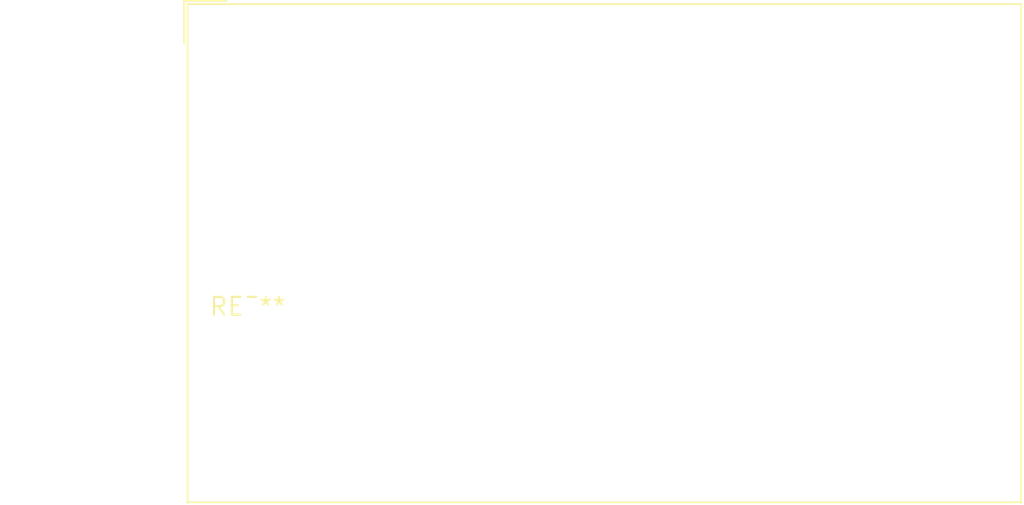
<source format=kicad_pcb>
(kicad_pcb (version 20240108) (generator pcbnew)
  (layers (0 "F.Cu" signal) (31 "B.Cu" signal) (34 "B.Paste" user) (35 "F.Paste" user) (36 "B.SilkS" user "B.Silkscreen") (37 "F.SilkS" user "F.Silkscreen") (38 "B.Mask" user) (39 "F.Mask" user) (44 "Edge.Cuts" user))
  (net 0 "")
  (footprint "Converter_ACDC_Hi-Link_HLK-30Mxx" (layer "F.Cu") (at 0 0)
    (property "Reference" "REF**")
    (property "Value" "Converter_ACDC_Hi-Link_HLK-30Mxx")
    (fp_line (start -4.55 -21.86) (end -1.55 -21.86) (layer "F.SilkS") (stroke (width 0.12)))
    (fp_line (start -4.55 -18.86) (end -4.55 -21.86) (layer "F.SilkS") (stroke (width 0.12)))
    (fp_line (start -4.31 -21.62) (end -4.31 14) (layer "F.SilkS") (stroke (width 0.12)))
    (fp_line (start -4.31 -21.62) (end 55.31 -21.62) (layer "F.SilkS") (stroke (width 0.12)))
    (fp_line (start -4.31 14) (end 55.31 14) (layer "F.SilkS") (stroke (width 0.12)))
    (fp_line (start 55.31 -21.62) (end 55.31 14) (layer "F.SilkS") (stroke (width 0.12)))
    (pad "1" thru_hole rect (at 0 0) (size 2 2.3) (drill 1.3) (layers *.Cu *.Mask) (remove_unused_layers))
    (pad "2" thru_hole oval (at 0 5.08) (size 2 2.3) (drill 1.3) (layers *.Cu *.Mask) (remove_unused_layers))
    (pad "3" thru_hole oval (at 51 -17.78) (size 2 2.3) (drill 1.3) (layers *.Cu *.Mask) (remove_unused_layers))
    (pad "6" thru_hole oval (at 51 -10.16) (size 2 2.3) (drill 1.3) (layers *.Cu *.Mask) (remove_unused_layers))
  )
)
</source>
